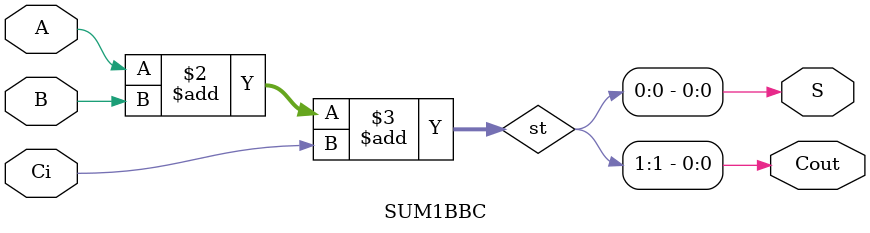
<source format=v>
module SUM1BBC (A, B, Ci, Cout, S);

	input A;
	input B;
	input Ci;
	output Cout;
	output S;
	
	reg [1:0] st; //registro que guarda la suma
	assign S = st[0];
	assign Cout = st[1];
	//falta "<"
	always @ (*) begin
	st <= A+B+Ci;
	end 
	

endmodule

	
</source>
